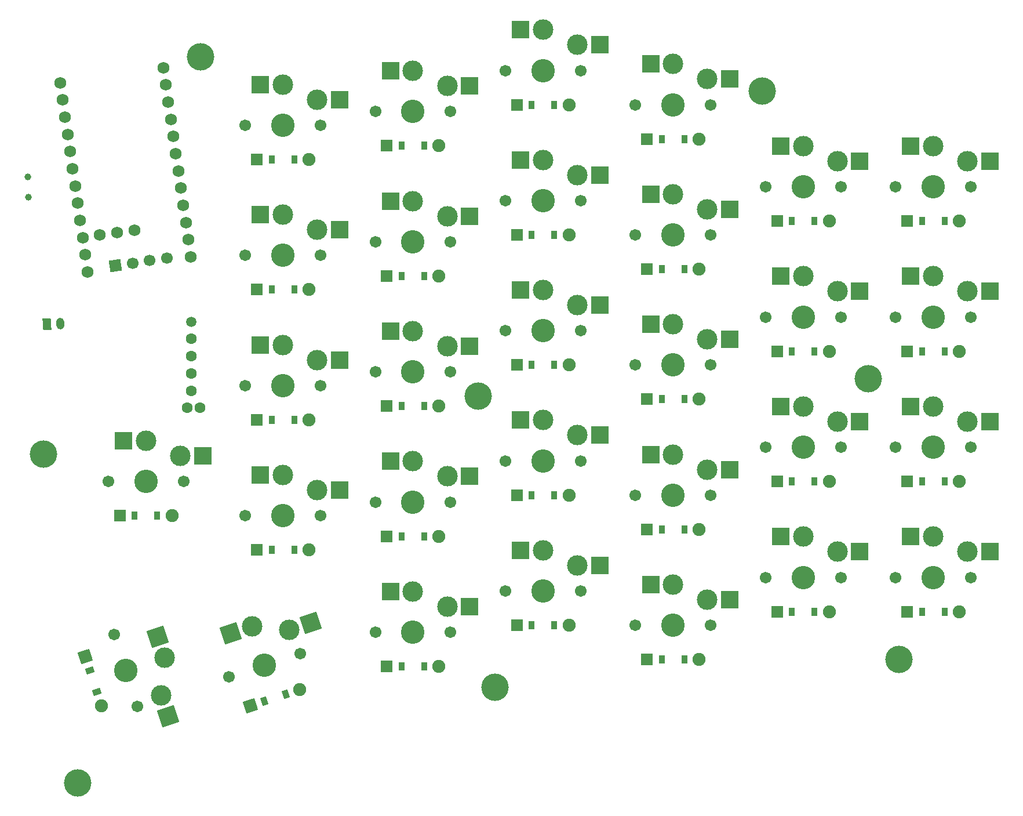
<source format=gbr>
%TF.GenerationSoftware,KiCad,Pcbnew,8.0.8*%
%TF.CreationDate,2025-02-23T20:19:19+00:00*%
%TF.ProjectId,right_final,72696768-745f-4666-996e-616c2e6b6963,v1.0.0*%
%TF.SameCoordinates,Original*%
%TF.FileFunction,Soldermask,Bot*%
%TF.FilePolarity,Negative*%
%FSLAX46Y46*%
G04 Gerber Fmt 4.6, Leading zero omitted, Abs format (unit mm)*
G04 Created by KiCad (PCBNEW 8.0.8) date 2025-02-23 20:19:19*
%MOMM*%
%LPD*%
G01*
G04 APERTURE LIST*
G04 Aperture macros list*
%AMHorizOval*
0 Thick line with rounded ends*
0 $1 width*
0 $2 $3 position (X,Y) of the first rounded end (center of the circle)*
0 $4 $5 position (X,Y) of the second rounded end (center of the circle)*
0 Add line between two ends*
20,1,$1,$2,$3,$4,$5,0*
0 Add two circle primitives to create the rounded ends*
1,1,$1,$2,$3*
1,1,$1,$4,$5*%
%AMRotRect*
0 Rectangle, with rotation*
0 The origin of the aperture is its center*
0 $1 length*
0 $2 width*
0 $3 Rotation angle, in degrees counterclockwise*
0 Add horizontal line*
21,1,$1,$2,0,0,$3*%
G04 Aperture macros list end*
%ADD10C,1.752600*%
%ADD11HorizOval,1.700000X0.000000X0.000000X0.000000X0.000000X0*%
%ADD12RotRect,1.700000X1.700000X188.300000*%
%ADD13C,1.600000*%
%ADD14C,1.500000*%
%ADD15R,0.900000X1.200000*%
%ADD16R,1.778000X1.778000*%
%ADD17C,1.905000*%
%ADD18RotRect,0.900000X1.200000X288.000000*%
%ADD19RotRect,1.778000X1.778000X288.000000*%
%ADD20RotRect,0.900000X1.200000X18.000000*%
%ADD21RotRect,1.778000X1.778000X18.000000*%
%ADD22C,3.429000*%
%ADD23C,1.701800*%
%ADD24C,3.000000*%
%ADD25R,2.600000X2.600000*%
%ADD26RotRect,2.600000X2.600000X18.000000*%
%ADD27RotRect,2.600000X2.600000X288.000000*%
%ADD28C,1.000000*%
%ADD29RotRect,1.200000X1.700000X4.000000*%
%ADD30HorizOval,1.200000X-0.017439X0.249391X0.017439X-0.249391X0*%
%ADD31C,4.000000*%
G04 APERTURE END LIST*
D10*
%TO.C,MCU1*%
X142175468Y-104567865D03*
X142542133Y-107081260D03*
X142908798Y-109594656D03*
X143275463Y-112108051D03*
X143642127Y-114621447D03*
X144008792Y-117134842D03*
X144375457Y-119648238D03*
X144742122Y-122161634D03*
X145108786Y-124675029D03*
X145475451Y-127188425D03*
X145842116Y-129701820D03*
X146208781Y-132215217D03*
X161289154Y-130015227D03*
X160922489Y-127501832D03*
X160555824Y-124988436D03*
X160189159Y-122475041D03*
X159822495Y-119961645D03*
X159455830Y-117448250D03*
X159089165Y-114934854D03*
X158722500Y-112421458D03*
X158355836Y-109908063D03*
X157989171Y-107394667D03*
X157622506Y-104881272D03*
X157255841Y-102367875D03*
X147988847Y-126821760D03*
X150502242Y-126455095D03*
X153015638Y-126088430D03*
%TD*%
D11*
%TO.C,OLED1*%
X157806115Y-130189484D03*
X155292719Y-130556149D03*
X152779324Y-130922813D03*
D12*
X150265928Y-131289478D03*
%TD*%
D13*
%TO.C,ENC1*%
X162582311Y-151991546D03*
X160732311Y-151991546D03*
X161357311Y-149601546D03*
X161357311Y-147061546D03*
X161357311Y-144521546D03*
X161357311Y-141981546D03*
D14*
X161357311Y-139491546D03*
%TD*%
D15*
%TO.C,D27*%
X176382311Y-115791546D03*
X173082311Y-115791546D03*
D16*
X170922311Y-115791546D03*
D17*
X178542311Y-115791546D03*
%TD*%
D15*
%TO.C,D26*%
X176382311Y-134791546D03*
X173082311Y-134791546D03*
D16*
X170922311Y-134791546D03*
D17*
X178542311Y-134791546D03*
%TD*%
D15*
%TO.C,D25*%
X176382311Y-153791546D03*
X173082311Y-153791546D03*
D16*
X170922311Y-153791546D03*
D17*
X178542311Y-153791546D03*
%TD*%
D15*
%TO.C,D24*%
X176382311Y-172791546D03*
X173082311Y-172791546D03*
D16*
X170922311Y-172791546D03*
D17*
X178542311Y-172791546D03*
%TD*%
D15*
%TO.C,D28*%
X156382311Y-167791546D03*
X153082311Y-167791546D03*
D16*
X150922311Y-167791546D03*
D17*
X158542311Y-167791546D03*
%TD*%
D18*
%TO.C,D30*%
X147557560Y-193498828D03*
X146537804Y-190360342D03*
D19*
X145870327Y-188306060D03*
D17*
X148225037Y-195553110D03*
%TD*%
D20*
%TO.C,D29*%
X175162488Y-193834884D03*
X172024002Y-194854640D03*
D21*
X169969720Y-195522117D03*
D17*
X177216770Y-193167407D03*
%TD*%
D15*
%TO.C,D19*%
X195382311Y-189791546D03*
X192082311Y-189791546D03*
D16*
X189922311Y-189791546D03*
D17*
X197542311Y-189791546D03*
%TD*%
D15*
%TO.C,D20*%
X195382311Y-170791546D03*
X192082311Y-170791546D03*
D16*
X189922311Y-170791546D03*
D17*
X197542311Y-170791546D03*
%TD*%
D15*
%TO.C,D22*%
X195382311Y-132791546D03*
X192082311Y-132791546D03*
D16*
X189922311Y-132791546D03*
D17*
X197542311Y-132791546D03*
%TD*%
D15*
%TO.C,D23*%
X195382311Y-113791546D03*
X192082311Y-113791546D03*
D16*
X189922311Y-113791546D03*
D17*
X197542311Y-113791546D03*
%TD*%
D15*
%TO.C,D18*%
X214382311Y-107791546D03*
X211082311Y-107791546D03*
D16*
X208922311Y-107791546D03*
D17*
X216542311Y-107791546D03*
%TD*%
D15*
%TO.C,D17*%
X214382311Y-126791546D03*
X211082311Y-126791546D03*
D16*
X208922311Y-126791546D03*
D17*
X216542311Y-126791546D03*
%TD*%
D15*
%TO.C,D16*%
X214382311Y-145791546D03*
X211082311Y-145791546D03*
D16*
X208922311Y-145791546D03*
D17*
X216542311Y-145791546D03*
%TD*%
D15*
%TO.C,D15*%
X214382311Y-164791546D03*
X211082311Y-164791546D03*
D16*
X208922311Y-164791546D03*
D17*
X216542311Y-164791546D03*
%TD*%
D15*
%TO.C,D14*%
X214382311Y-183791546D03*
X211082311Y-183791546D03*
D16*
X208922311Y-183791546D03*
D17*
X216542311Y-183791546D03*
%TD*%
D15*
%TO.C,D9*%
X233382311Y-188791546D03*
X230082311Y-188791546D03*
D16*
X227922311Y-188791546D03*
D17*
X235542311Y-188791546D03*
%TD*%
D15*
%TO.C,D10*%
X233382311Y-169791546D03*
X230082311Y-169791546D03*
D16*
X227922311Y-169791546D03*
D17*
X235542311Y-169791546D03*
%TD*%
D15*
%TO.C,D11*%
X233382311Y-150791546D03*
X230082311Y-150791546D03*
D16*
X227922311Y-150791546D03*
D17*
X235542311Y-150791546D03*
%TD*%
D15*
%TO.C,D12*%
X233382311Y-131791546D03*
X230082311Y-131791546D03*
D16*
X227922311Y-131791546D03*
D17*
X235542311Y-131791546D03*
%TD*%
D15*
%TO.C,D13*%
X233382311Y-112791546D03*
X230082311Y-112791546D03*
D16*
X227922311Y-112791546D03*
D17*
X235542311Y-112791546D03*
%TD*%
D15*
%TO.C,D8*%
X252382311Y-124791546D03*
X249082311Y-124791546D03*
D16*
X246922311Y-124791546D03*
D17*
X254542311Y-124791546D03*
%TD*%
D15*
%TO.C,D7*%
X252382311Y-143791546D03*
X249082311Y-143791546D03*
D16*
X246922311Y-143791546D03*
D17*
X254542311Y-143791546D03*
%TD*%
D15*
%TO.C,D6*%
X252382311Y-162791546D03*
X249082311Y-162791546D03*
D16*
X246922311Y-162791546D03*
D17*
X254542311Y-162791546D03*
%TD*%
D15*
%TO.C,D5*%
X252382311Y-181791546D03*
X249082311Y-181791546D03*
D16*
X246922311Y-181791546D03*
D17*
X254542311Y-181791546D03*
%TD*%
D15*
%TO.C,D1*%
X271382311Y-181791546D03*
X268082311Y-181791546D03*
D16*
X265922311Y-181791546D03*
D17*
X273542311Y-181791546D03*
%TD*%
D15*
%TO.C,D2*%
X271382311Y-162791546D03*
X268082311Y-162791546D03*
D16*
X265922311Y-162791546D03*
D17*
X273542311Y-162791546D03*
%TD*%
D15*
%TO.C,D3*%
X271382311Y-143791546D03*
X268082311Y-143791546D03*
D16*
X265922311Y-143791546D03*
D17*
X273542311Y-143791546D03*
%TD*%
D15*
%TO.C,D4*%
X271382311Y-124791546D03*
X268082311Y-124791546D03*
D16*
X265922311Y-124791546D03*
D17*
X273542311Y-124791546D03*
%TD*%
D15*
%TO.C,D21*%
X195382311Y-151791546D03*
X192082311Y-151791546D03*
D16*
X189922311Y-151791546D03*
D17*
X197542311Y-151791546D03*
%TD*%
D22*
%TO.C,S1*%
X269732311Y-176791546D03*
D23*
X275232311Y-176791546D03*
X264232311Y-176791546D03*
D24*
X274732311Y-173041546D03*
X269732311Y-170841546D03*
D25*
X266457311Y-170841546D03*
X278007311Y-173041546D03*
%TD*%
D22*
%TO.C,S2*%
X269732311Y-157791546D03*
D23*
X275232311Y-157791546D03*
X264232311Y-157791546D03*
D24*
X274732311Y-154041546D03*
X269732311Y-151841546D03*
D25*
X266457311Y-151841546D03*
X278007311Y-154041546D03*
%TD*%
D22*
%TO.C,S3*%
X269732311Y-138791546D03*
D23*
X275232311Y-138791546D03*
X264232311Y-138791546D03*
D24*
X274732311Y-135041546D03*
X269732311Y-132841546D03*
D25*
X266457311Y-132841546D03*
X278007311Y-135041546D03*
%TD*%
D22*
%TO.C,S4*%
X269732311Y-119791546D03*
D23*
X275232311Y-119791546D03*
X264232311Y-119791546D03*
D24*
X274732311Y-116041546D03*
X269732311Y-113841546D03*
D25*
X266457311Y-113841546D03*
X278007311Y-116041546D03*
%TD*%
D22*
%TO.C,S5*%
X250732311Y-176791546D03*
D23*
X256232311Y-176791546D03*
X245232311Y-176791546D03*
D24*
X255732311Y-173041546D03*
X250732311Y-170841546D03*
D25*
X247457311Y-170841546D03*
X259007311Y-173041546D03*
%TD*%
D22*
%TO.C,S6*%
X250732311Y-157791546D03*
D23*
X256232311Y-157791546D03*
X245232311Y-157791546D03*
D24*
X255732311Y-154041546D03*
X250732311Y-151841546D03*
D25*
X247457311Y-151841546D03*
X259007311Y-154041546D03*
%TD*%
D22*
%TO.C,S7*%
X250732311Y-138791546D03*
D23*
X256232311Y-138791546D03*
X245232311Y-138791546D03*
D24*
X255732311Y-135041546D03*
X250732311Y-132841546D03*
D25*
X247457311Y-132841546D03*
X259007311Y-135041546D03*
%TD*%
D22*
%TO.C,S8*%
X250732311Y-119791546D03*
D23*
X256232311Y-119791546D03*
X245232311Y-119791546D03*
D24*
X255732311Y-116041546D03*
X250732311Y-113841546D03*
D25*
X247457311Y-113841546D03*
X259007311Y-116041546D03*
%TD*%
D22*
%TO.C,S9*%
X231732311Y-183791546D03*
D23*
X237232311Y-183791546D03*
X226232311Y-183791546D03*
D24*
X236732311Y-180041546D03*
X231732311Y-177841546D03*
D25*
X228457311Y-177841546D03*
X240007311Y-180041546D03*
%TD*%
D22*
%TO.C,S10*%
X231732311Y-164791546D03*
D23*
X237232311Y-164791546D03*
X226232311Y-164791546D03*
D24*
X236732311Y-161041546D03*
X231732311Y-158841546D03*
D25*
X228457311Y-158841546D03*
X240007311Y-161041546D03*
%TD*%
D22*
%TO.C,S11*%
X231732311Y-145791546D03*
D23*
X237232311Y-145791546D03*
X226232311Y-145791546D03*
D24*
X236732311Y-142041546D03*
X231732311Y-139841546D03*
D25*
X228457311Y-139841546D03*
X240007311Y-142041546D03*
%TD*%
D22*
%TO.C,S12*%
X231732311Y-126791546D03*
D23*
X237232311Y-126791546D03*
X226232311Y-126791546D03*
D24*
X236732311Y-123041546D03*
X231732311Y-120841546D03*
D25*
X228457311Y-120841546D03*
X240007311Y-123041546D03*
%TD*%
D22*
%TO.C,S13*%
X231732311Y-107791546D03*
D23*
X237232311Y-107791546D03*
X226232311Y-107791546D03*
D24*
X236732311Y-104041546D03*
X231732311Y-101841546D03*
D25*
X228457311Y-101841546D03*
X240007311Y-104041546D03*
%TD*%
D22*
%TO.C,S14*%
X212732311Y-178791546D03*
D23*
X218232311Y-178791546D03*
X207232311Y-178791546D03*
D24*
X217732311Y-175041546D03*
X212732311Y-172841546D03*
D25*
X209457311Y-172841546D03*
X221007311Y-175041546D03*
%TD*%
D22*
%TO.C,S15*%
X212732311Y-159791546D03*
D23*
X218232311Y-159791546D03*
X207232311Y-159791546D03*
D24*
X217732311Y-156041546D03*
X212732311Y-153841546D03*
D25*
X209457311Y-153841546D03*
X221007311Y-156041546D03*
%TD*%
D22*
%TO.C,S16*%
X212732311Y-140791546D03*
D23*
X218232311Y-140791546D03*
X207232311Y-140791546D03*
D24*
X217732311Y-137041546D03*
X212732311Y-134841546D03*
D25*
X209457311Y-134841546D03*
X221007311Y-137041546D03*
%TD*%
D22*
%TO.C,S17*%
X212732311Y-121791546D03*
D23*
X218232311Y-121791546D03*
X207232311Y-121791546D03*
D24*
X217732311Y-118041546D03*
X212732311Y-115841546D03*
D25*
X209457311Y-115841546D03*
X221007311Y-118041546D03*
%TD*%
D22*
%TO.C,S18*%
X212732311Y-102791546D03*
D23*
X218232311Y-102791546D03*
X207232311Y-102791546D03*
D24*
X217732311Y-99041546D03*
X212732311Y-96841546D03*
D25*
X209457311Y-96841546D03*
X221007311Y-99041546D03*
%TD*%
D22*
%TO.C,S19*%
X193732311Y-184791546D03*
D23*
X199232311Y-184791546D03*
X188232311Y-184791546D03*
D24*
X198732311Y-181041546D03*
X193732311Y-178841546D03*
D25*
X190457311Y-178841546D03*
X202007311Y-181041546D03*
%TD*%
D22*
%TO.C,S20*%
X193732311Y-165791546D03*
D23*
X199232311Y-165791546D03*
X188232311Y-165791546D03*
D24*
X198732311Y-162041546D03*
X193732311Y-159841546D03*
D25*
X190457311Y-159841546D03*
X202007311Y-162041546D03*
%TD*%
D22*
%TO.C,S21*%
X193732311Y-146791546D03*
D23*
X199232311Y-146791546D03*
X188232311Y-146791546D03*
D24*
X198732311Y-143041546D03*
X193732311Y-140841546D03*
D25*
X190457311Y-140841546D03*
X202007311Y-143041546D03*
%TD*%
D22*
%TO.C,S22*%
X193732311Y-127791546D03*
D23*
X199232311Y-127791546D03*
X188232311Y-127791546D03*
D24*
X198732311Y-124041546D03*
X193732311Y-121841546D03*
D25*
X190457311Y-121841546D03*
X202007311Y-124041546D03*
%TD*%
D22*
%TO.C,S23*%
X193732311Y-108791546D03*
D23*
X199232311Y-108791546D03*
X188232311Y-108791546D03*
D24*
X198732311Y-105041546D03*
X193732311Y-102841546D03*
D25*
X190457311Y-102841546D03*
X202007311Y-105041546D03*
%TD*%
D22*
%TO.C,S24*%
X174732311Y-167791546D03*
D23*
X180232311Y-167791546D03*
X169232311Y-167791546D03*
D24*
X179732311Y-164041546D03*
X174732311Y-161841546D03*
D25*
X171457311Y-161841546D03*
X183007311Y-164041546D03*
%TD*%
D22*
%TO.C,S25*%
X174732311Y-148791546D03*
D23*
X180232311Y-148791546D03*
X169232311Y-148791546D03*
D24*
X179732311Y-145041546D03*
X174732311Y-142841546D03*
D25*
X171457311Y-142841546D03*
X183007311Y-145041546D03*
%TD*%
D22*
%TO.C,S26*%
X174732311Y-129791546D03*
D23*
X180232311Y-129791546D03*
X169232311Y-129791546D03*
D24*
X179732311Y-126041546D03*
X174732311Y-123841546D03*
D25*
X171457311Y-123841546D03*
X183007311Y-126041546D03*
%TD*%
D22*
%TO.C,S27*%
X174732311Y-110791546D03*
D23*
X180232311Y-110791546D03*
X169232311Y-110791546D03*
D24*
X179732311Y-107041546D03*
X174732311Y-104841546D03*
D25*
X171457311Y-104841546D03*
X183007311Y-107041546D03*
%TD*%
D22*
%TO.C,S28*%
X154732311Y-162791546D03*
D23*
X160232311Y-162791546D03*
X149232311Y-162791546D03*
D24*
X159732311Y-159041546D03*
X154732311Y-156841546D03*
D25*
X151457311Y-156841546D03*
X163007311Y-159041546D03*
%TD*%
D22*
%TO.C,S29*%
X172048160Y-189589479D03*
D23*
X177278971Y-187889886D03*
X166817349Y-191289072D03*
D24*
X175644629Y-184477932D03*
X170209509Y-183930693D03*
D26*
X167094799Y-184942723D03*
X178759339Y-183465901D03*
%TD*%
D22*
%TO.C,S30*%
X151802965Y-190384499D03*
D23*
X153502558Y-195615310D03*
X150103372Y-185153688D03*
D24*
X156914512Y-193980968D03*
X157461751Y-188545848D03*
D27*
X156449721Y-185431138D03*
X157926543Y-197095678D03*
%TD*%
D28*
%TO.C,T1*%
X137466882Y-118292974D03*
X137597740Y-121290118D03*
%TD*%
D29*
%TO.C,JST1*%
X140234747Y-139861302D03*
D30*
X142229875Y-139721790D03*
%TD*%
D31*
%TO.C,*%
X244732311Y-105791546D03*
%TD*%
%TO.C,*%
X264732311Y-188791546D03*
%TD*%
%TO.C,*%
X260232311Y-147791546D03*
%TD*%
%TO.C,*%
X203232311Y-150291546D03*
%TD*%
%TO.C,*%
X205732311Y-192791546D03*
%TD*%
%TO.C,*%
X144732311Y-206791546D03*
%TD*%
%TO.C,*%
X162732311Y-100791546D03*
%TD*%
%TO.C,*%
X139732311Y-158791546D03*
%TD*%
M02*

</source>
